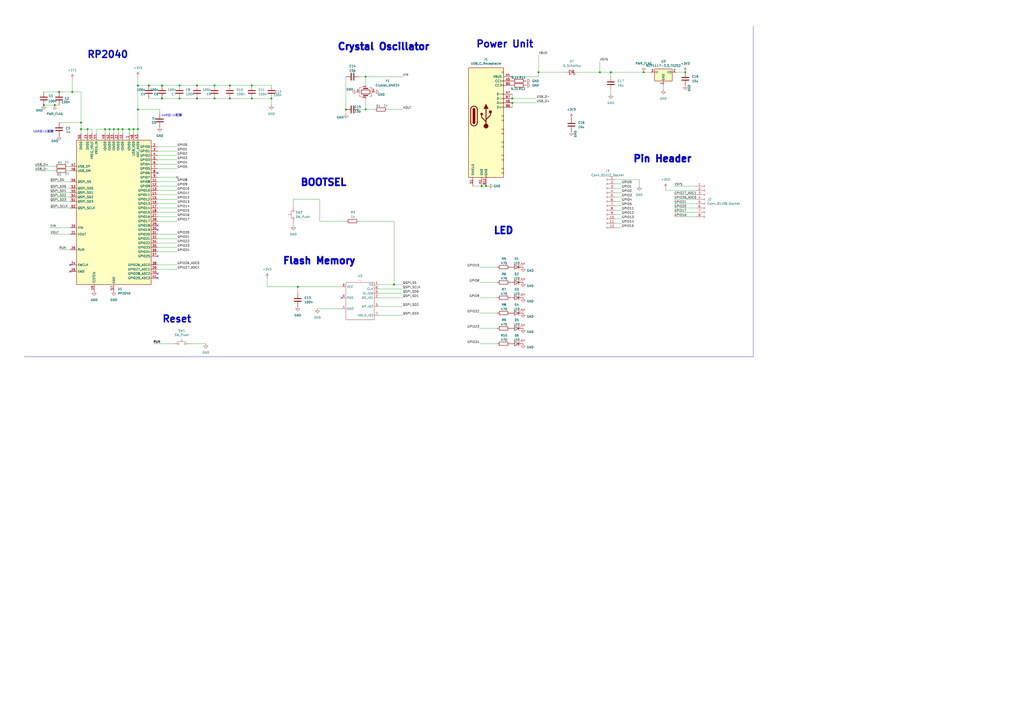
<source format=kicad_sch>
(kicad_sch (version 20250114) (generator "eeschema") (generator_version "9.0")
  (paper "A2")
  (lib_symbols
    (symbol "Connector:Conn_01x08_Socket" (pin_names (offset 1.016) (hide yes))
      (property "Reference" "J" (at 0 10.16 0))
      (property "Value" "Conn_01x08_Socket" (at 0 -12.7 0))
      (symbol "Conn_01x08_Socket_1_1"
        (pin passive line (at -5.08 7.62 0) (length 3.81) (name "Pin_1") (number "1"))
        (pin passive line (at -5.08 5.08 0) (length 3.81) (name "Pin_2") (number "2"))
        (pin passive line (at -5.08 2.54 0) (length 3.81) (name "Pin_3") (number "3"))
        (pin passive line (at -5.08 0 0) (length 3.81) (name "Pin_4") (number "4"))
        (pin passive line (at -5.08 -2.54 0) (length 3.81) (name "Pin_5") (number "5"))
        (pin passive line (at -5.08 -5.08 0) (length 3.81) (name "Pin_6") (number "6"))
        (pin passive line (at -5.08 -7.62 0) (length 3.81) (name "Pin_7") (number "7"))
        (pin passive line (at -5.08 -10.16 0) (length 3.81) (name "Pin_8") (number "8"))
      )
    )
    (symbol "Connector:Conn_01x12_Socket" (pin_names (offset 1.016) (hide yes))
      (property "Reference" "J" (at 0 15.24 0))
      (property "Value" "Conn_01x12_Socket" (at 0 -17.78 0))
      (symbol "Conn_01x12_Socket_1_1"
        (pin passive line (at -5.08 12.7 0) (length 3.81) (name "Pin_1") (number "1"))
        (pin passive line (at -5.08 10.16 0) (length 3.81) (name "Pin_2") (number "2"))
        (pin passive line (at -5.08 7.62 0) (length 3.81) (name "Pin_3") (number "3"))
        (pin passive line (at -5.08 5.08 0) (length 3.81) (name "Pin_4") (number "4"))
        (pin passive line (at -5.08 2.54 0) (length 3.81) (name "Pin_5") (number "5"))
        (pin passive line (at -5.08 0 0) (length 3.81) (name "Pin_6") (number "6"))
        (pin passive line (at -5.08 -2.54 0) (length 3.81) (name "Pin_7") (number "7"))
        (pin passive line (at -5.08 -5.08 0) (length 3.81) (name "Pin_8") (number "8"))
        (pin passive line (at -5.08 -7.62 0) (length 3.81) (name "Pin_9") (number "9"))
        (pin passive line (at -5.08 -10.16 0) (length 3.81) (name "Pin_10") (number "10"))
        (pin passive line (at -5.08 -12.7 0) (length 3.81) (name "Pin_11") (number "11"))
        (pin passive line (at -5.08 -15.24 0) (length 3.81) (name "Pin_12") (number "12"))
      )
    )
    (symbol "Connector:USB_C_Receptacle" (pin_names (offset 1.016))
      (property "Reference" "J1" (at 0 33.02 0))
      (property "Value" "USB_C_Receptacle" (at 0 30.48 0))
      (symbol "USB_C_Receptacle_1_1"
        (pin passive line (at -7.62 -40.64 90) (length 5.08) (name "SHIELD") (number "S1"))
        (pin passive line (at -2.54 -40.64 90) (length 5.08) (name "GND") (number "A1"))
        (pin passive line (at 0 -40.64 90) (length 5.08) (name "GND") (number "B12"))
        (pin passive line (at 15.24 22.86 180) (length 5.08) (name "VBUS") (number "A4"))
        (pin bidirectional line (at 15.24 20.32 180) (length 5.08) (name "CC1") (number "A5"))
        (pin bidirectional line (at 15.24 17.78 180) (length 5.08) (name "CC2") (number "B5"))
        (pin bidirectional line (at 15.24 12.7 180) (length 5.08) (name "D-") (number "A7"))
        (pin bidirectional line (at 15.24 10.16 180) (length 5.08) (name "D-") (number "B7"))
        (pin bidirectional line (at 15.24 7.62 180) (length 5.08) (name "D+") (number "A6"))
        (pin bidirectional line (at 15.24 5.08 180) (length 5.08) (name "D+") (number "B6"))
      )
    )
    (symbol "Device:C" (pin_numbers (hide yes)) (pin_names (offset 0.254))
      (property "Reference" "C" (at 0.635 2.54 0))
      (property "Value" "C" (at 0.635 -2.54 0))
      (symbol "C_1_1"
        (pin passive line (at 0 3.81 270) (length 2.794) (name "~") (number "1"))
        (pin passive line (at 0 -3.81 90) (length 2.794) (name "~") (number "2"))
      )
    )
    (symbol "Device:Crystal_GND24" (pin_names (offset 1.016) (hide yes))
      (property "Reference" "Y" (at 3.175 5.08 0))
      (property "Value" "Crystal_GND24" (at 3.175 3.175 0))
      (symbol "Crystal_GND24_1_1"
        (pin passive line (at -3.81 0 0) (length 1.27) (name "1") (number "1"))
        (pin passive line (at 0 5.08 270) (length 1.27) (name "2") (number "2"))
        (pin passive line (at 0 -5.08 90) (length 1.27) (name "4") (number "4"))
        (pin passive line (at 3.81 0 180) (length 1.27) (name "3") (number "3"))
      )
    )
    (symbol "Device:D_Schottky" (pin_numbers (hide yes)) (pin_names (offset 1.016) (hide yes))
      (property "Reference" "D" (at 0 2.54 0))
      (property "Value" "D_Schottky" (at 0 -2.54 0))
      (symbol "D_Schottky_1_1"
        (pin passive line (at -3.81 0 0) (length 2.54) (name "K") (number "1"))
        (pin passive line (at 3.81 0 180) (length 2.54) (name "A") (number "2"))
      )
    )
    (symbol "Device:LED" (pin_numbers (hide yes)) (pin_names (offset 1.016) (hide yes))
      (property "Reference" "D" (at 0 2.54 0))
      (property "Value" "LED" (at 0 -2.54 0))
      (symbol "LED_1_1"
        (pin passive line (at -3.81 0 0) (length 2.54) (name "K") (number "1"))
        (pin passive line (at 3.81 0 180) (length 2.54) (name "A") (number "2"))
      )
    )
    (symbol "Device:R" (pin_numbers (hide yes)) (pin_names (offset 0))
      (property "Reference" "R" (at 2.032 0 90))
      (property "Value" "R" (at 0 0 90))
      (symbol "R_1_1"
        (pin passive line (at 0 3.81 270) (length 1.27) (name "~") (number "1"))
        (pin passive line (at 0 -3.81 90) (length 1.27) (name "~") (number "2"))
      )
    )
    (symbol "MCU_RaspberryPi:RP2040"
      (property "Reference" "U1" (at 2.1433 -44.45 0))
      (property "Value" "RP2040" (at 2.1433 -46.99 0))
      (symbol "RP2040_1_1"
        (pin bidirectional line (at -25.4 26.67 0) (length 3.81) (name "USB_DP") (number "47"))
        (pin bidirectional line (at -25.4 24.13 0) (length 3.81) (name "USB_DM") (number "46"))
        (pin bidirectional line (at -25.4 17.78 0) (length 3.81) (name "QSPI_SS") (number "56"))
        (pin bidirectional line (at -25.4 13.97 0) (length 3.81) (name "QSPI_SD0") (number "53"))
        (pin bidirectional line (at -25.4 11.43 0) (length 3.81) (name "QSPI_SD1") (number "55"))
        (pin bidirectional line (at -25.4 8.89 0) (length 3.81) (name "QSPI_SD2") (number "54"))
        (pin bidirectional line (at -25.4 6.35 0) (length 3.81) (name "QSPI_SD3") (number "51"))
        (pin output line (at -25.4 2.54 0) (length 3.81) (name "QSPI_SCLK") (number "52"))
        (pin input line (at -25.4 -8.89 0) (length 3.81) (name "XIN") (number "20"))
        (pin passive line (at -25.4 -12.7 0) (length 3.81) (name "XOUT") (number "21"))
        (pin input line (at -25.4 -21.59 0) (length 3.81) (name "RUN") (number "26"))
        (pin input line (at -25.4 -30.48 0) (length 3.81) (name "SWCLK") (number "24"))
        (pin bidirectional line (at -25.4 -34.29 0) (length 3.81) (name "SWD") (number "25"))
        (pin passive line (at -19.05 45.72 270) (length 3.81) (name "DVDD") (number "50"))
        (pin power_in line (at -15.24 45.72 270) (length 3.81) (name "DVDD") (number "23"))
        (pin power_out line (at -12.7 45.72 270) (length 3.81) (name "VREG_VOUT") (number "45"))
        (pin input line (at -11.43 -45.72 90) (length 3.81) (name "TESTEN") (number "19"))
        (pin power_in line (at -10.16 45.72 270) (length 3.81) (name "VREG_IN") (number "44"))
        (pin passive line (at -5.08 45.72 270) (length 3.81) (name "IOVDD") (number "49"))
        (pin passive line (at -2.54 45.72 270) (length 3.81) (name "IOVDD") (number "42"))
        (pin passive line (at 0 45.72 270) (length 3.81) (name "IOVDD") (number "33"))
        (pin power_in line (at 0 -45.72 90) (length 3.81) (name "GND") (number "57"))
        (pin passive line (at 2.54 45.72 270) (length 3.81) (name "IOVDD") (number "22"))
        (pin passive line (at 5.08 45.72 270) (length 3.81) (name "IOVDD") (number "10"))
        (pin power_in line (at 8.89 45.72 270) (length 3.81) (name "IOVDD") (number "1"))
        (pin power_in line (at 11.43 45.72 270) (length 3.81) (name "USB_VDD") (number "48"))
        (pin power_in line (at 13.97 45.72 270) (length 3.81) (name "ADC_AVDD") (number "43"))
        (pin bidirectional line (at 25.4 38.1 180) (length 3.81) (name "GPIO0") (number "2"))
        (pin bidirectional line (at 25.4 35.56 180) (length 3.81) (name "GPIO1") (number "3"))
        (pin bidirectional line (at 25.4 33.02 180) (length 3.81) (name "GPIO2") (number "4"))
        (pin bidirectional line (at 25.4 30.48 180) (length 3.81) (name "GPIO3") (number "5"))
        (pin bidirectional line (at 25.4 27.94 180) (length 3.81) (name "GPIO4") (number "6"))
        (pin bidirectional line (at 25.4 25.4 180) (length 3.81) (name "GPIO5") (number "7"))
        (pin bidirectional line (at 25.4 22.86 180) (length 3.81) (name "GPIO6") (number "8"))
        (pin bidirectional line (at 25.4 20.32 180) (length 3.81) (name "GPIO7") (number "9"))
        (pin bidirectional line (at 25.4 17.78 180) (length 3.81) (name "GPIO8") (number "11"))
        (pin bidirectional line (at 25.4 15.24 180) (length 3.81) (name "GPIO9") (number "12"))
        (pin bidirectional line (at 25.4 12.7 180) (length 3.81) (name "GPIO10") (number "13"))
        (pin bidirectional line (at 25.4 10.16 180) (length 3.81) (name "GPIO11") (number "14"))
        (pin bidirectional line (at 25.4 7.62 180) (length 3.81) (name "GPIO12") (number "15"))
        (pin bidirectional line (at 25.4 5.08 180) (length 3.81) (name "GPIO13") (number "16"))
        (pin bidirectional line (at 25.4 2.54 180) (length 3.81) (name "GPIO14") (number "17"))
        (pin bidirectional line (at 25.4 0 180) (length 3.81) (name "GPIO15") (number "18"))
        (pin bidirectional line (at 25.4 -2.54 180) (length 3.81) (name "GPIO16") (number "27"))
        (pin bidirectional line (at 25.4 -5.08 180) (length 3.81) (name "GPIO17") (number "28"))
        (pin bidirectional line (at 25.4 -7.62 180) (length 3.81) (name "GPIO18") (number "29"))
        (pin bidirectional line (at 25.4 -10.16 180) (length 3.81) (name "GPIO19") (number "30"))
        (pin bidirectional line (at 25.4 -12.7 180) (length 3.81) (name "GPIO20") (number "31"))
        (pin bidirectional line (at 25.4 -15.24 180) (length 3.81) (name "GPIO21") (number "32"))
        (pin bidirectional line (at 25.4 -17.78 180) (length 3.81) (name "GPIO22") (number "34"))
        (pin bidirectional line (at 25.4 -20.32 180) (length 3.81) (name "GPIO23") (number "35"))
        (pin bidirectional line (at 25.4 -22.86 180) (length 3.81) (name "GPIO24") (number "36"))
        (pin bidirectional line (at 25.4 -25.4 180) (length 3.81) (name "GPIO25") (number "37"))
        (pin bidirectional line (at 25.4 -30.48 180) (length 3.81) (name "GPIO26_ADC0") (number "38"))
        (pin bidirectional line (at 25.4 -33.02 180) (length 3.81) (name "GPIO27_ADC1") (number "39"))
        (pin bidirectional line (at 25.4 -35.56 180) (length 3.81) (name "GPIO28_ADC2") (number "40"))
        (pin bidirectional line (at 25.4 -38.1 180) (length 3.81) (name "GPIO29_ADC3") (number "41"))
      )
    )
    (symbol "RaspberryPiBico:W25Q16JVUXIQ"
      (property "Reference" "U" (at 0 12.446 0))
      (symbol "W25Q16JVUXIQ_1_1"
        (pin power_in line (at -11.43 7.62 0) (length 2.54) (name "VCC") (number "8"))
        (pin passive line (at -11.43 1.27 0) (length 2.54) (name "PAD") (number "9"))
        (pin passive line (at -11.43 -5.08 0) (length 2.54) (name "GND") (number "4"))
        (pin passive line (at 10.16 8.89 180) (length 2.54) (name "CS") (number "1"))
        (pin passive line (at 10.16 6.35 180) (length 2.54) (name "CLK") (number "6"))
        (pin passive line (at 10.16 3.81 180) (length 2.54) (name "DI_IOD") (number "5"))
        (pin passive line (at 10.16 1.27 180) (length 2.54) (name "DO_IO1") (number "2"))
        (pin passive line (at 10.16 -3.81 180) (length 2.54) (name "WP_IO2") (number "3"))
        (pin passive line (at 10.16 -8.89 180) (length 2.54) (name "HOLD_IO3") (number "7"))
      )
    )
    (symbol "Regulator_Linear:NCP1117-3.3_TO252" (pin_names (offset 0.254))
      (property "Reference" "U" (at -3.81 3.175 0))
      (property "Value" "NCP1117-3.3_TO252" (at 0 3.175 0))
      (symbol "NCP1117-3.3_TO252_1_1"
        (pin power_in line (at -7.62 0 0) (length 2.54) (name "VI") (number "3"))
        (pin power_in line (at 0 -7.62 90) (length 2.54) (name "GND") (number "1"))
        (pin power_out line (at 7.62 0 180) (length 2.54) (name "VO") (number "2"))
      )
    )
    (symbol "Switch:SW_Push" (pin_numbers (hide yes)) (pin_names (offset 1.016) (hide yes))
      (property "Reference" "SW" (at 1.27 2.54 0))
      (property "Value" "SW_Push" (at 0 -1.524 0))
      (symbol "SW_Push_0_1"
        (pin passive line (at -5.08 0 0) (length 2.54) (name "1") (number "1"))
        (pin passive line (at 5.08 0 180) (length 2.54) (name "2") (number "2"))
      )
    )
    (symbol "power:+1V1" (power) (pin_numbers (hide yes)) (pin_names (offset 0) (hide yes))
      (property "Value" "+1V1" (at 0 3.556 0))
      (symbol "+1V1_1_1"
        (pin power_in line (at 0 0 90) (length 0) (name "~") (number "1"))
      )
    )
    (symbol "power:+3V3" (power) (pin_numbers (hide yes)) (pin_names (offset 0) (hide yes))
      (property "Value" "+3V3" (at 0 3.556 0))
      (symbol "+3V3_1_1"
        (pin power_in line (at 0 0 90) (length 0) (name "~") (number "1"))
      )
    )
    (symbol "power:GND" (power) (pin_numbers (hide yes)) (pin_names (offset 0) (hide yes))
      (property "Value" "GND" (at 0 -3.81 0))
      (symbol "GND_1_1"
        (pin power_in line (at 0 0 270) (length 0) (name "~") (number "1"))
      )
    )
    (symbol "power:PWR_FLAG" (power) (pin_numbers (hide yes)) (pin_names (offset 0) (hide yes))
      (property "Value" "PWR_FLAG" (at 0 3.81 0))
      (symbol "PWR_FLAG_0_0"
        (pin power_out line (at 0 0 90) (length 0) (name "~") (number "1"))
      )
    )
  )
  (text "44の近くに配置" (at 99.568 67.056 0) (effects (font (size 1.27 1.27))))
  (text "Reset" (at 102.616 185.166 0) (effects (font (size 4 4) (thickness 0.8) (bold yes))))
  (text "Flash Memory" (at 185.166 151.384 0) (effects (font (size 4 4) (thickness 1) (bold yes))))
  (text "RP2040" (at 62.484 31.75 0) (effects (font (size 4 4) (thickness 0.8) (bold yes))))
  (text "Power Unit" (at 292.862 25.654 0) (effects (font (size 4 4) (thickness 0.8) (bold yes))))
  (text "Pin Header" (at 384.302 92.202 0) (effects (font (size 4 4) (thickness 1) (bold yes))))
  (text "45の近くに配置" (at 25.146 76.454 0) (effects (font (size 1.27 1.27))))
  (text "BOOTSEL" (at 187.706 105.918 0) (effects (font (size 4 4) (thickness 1) (bold yes))))
  (text "Crystal Oscillator" (at 222.504 27.178 0) (effects (font (size 4 4) (thickness 1) (bold yes))))
  (text "LED" (at 292.1 133.858 0) (effects (font (size 4 4) (thickness 1) (bold yes))))
  (junction (at 34.29 53.34))
  (junction (at 312.42 41.91))
  (junction (at 93.98 49.53))
  (junction (at 31.75 60.96))
  (junction (at 133.35 49.53))
  (junction (at 93.98 57.15))
  (junction (at 66.04 74.93))
  (junction (at 86.36 49.53))
  (junction (at 80.01 49.53))
  (junction (at 212.09 63.5))
  (junction (at 50.8 74.93))
  (junction (at 114.3 57.15))
  (junction (at 212.09 44.45))
  (junction (at 41.91 53.34))
  (junction (at 80.01 74.93))
  (junction (at 281.94 107.95))
  (junction (at 124.46 49.53))
  (junction (at 46.99 71.12))
  (junction (at 146.05 49.53))
  (junction (at 25.4 60.96))
  (junction (at 133.35 57.15))
  (junction (at 77.47 74.93))
  (junction (at 228.6 165.1))
  (junction (at 157.48 57.15))
  (junction (at 373.38 41.91))
  (junction (at 114.3 49.53))
  (junction (at 279.4 107.95))
  (junction (at 60.96 74.93))
  (junction (at 297.18 59.69))
  (junction (at 104.14 57.15))
  (junction (at 104.14 49.53))
  (junction (at 297.18 57.15))
  (junction (at 74.93 74.93))
  (junction (at 347.98 41.91))
  (junction (at 71.12 74.93))
  (junction (at 63.5 74.93))
  (junction (at 146.05 57.15))
  (junction (at 124.46 57.15))
  (junction (at 200.66 63.5))
  (junction (at 68.58 74.93))
  (junction (at 397.51 41.91))
  (junction (at 46.99 74.93))
  (junction (at 172.72 166.37))
  (junction (at 354.33 41.91))
  (junction (at 80.01 63.5))
  (no_connect (at 91.44 158.75))
  (no_connect (at 40.64 153.67))
  (no_connect (at 40.64 157.48))
  (no_connect (at 102.87 102.87))
  (no_connect (at 91.44 161.29))
  (no_connect (at 91.44 130.81))
  (no_connect (at 91.44 100.33))
  (no_connect (at 198.12 172.72))
  (no_connect (at 91.44 133.35))
  (no_connect (at 91.44 148.59))
  (wire (pts (xy 279.4 107.95) (xy 281.94 107.95)))
  (wire (pts (xy 91.44 123.19) (xy 102.87 123.19)))
  (wire (pts (xy 39.37 96.52) (xy 40.64 96.52)))
  (wire (pts (xy 31.75 60.96) (xy 34.29 60.96)))
  (wire (pts (xy 354.33 41.91) (xy 373.38 41.91)))
  (wire (pts (xy 392.43 41.91) (xy 397.51 41.91)))
  (wire (pts (xy 53.34 77.47) (xy 53.34 74.93)))
  (wire (pts (xy 403.86 110.49) (xy 386.08 110.49)))
  (wire (pts (xy 356.87 119.38) (xy 360.68 119.38)))
  (wire (pts (xy 34.29 71.12) (xy 46.99 71.12)))
  (wire (pts (xy 68.58 74.93) (xy 68.58 77.47)))
  (wire (pts (xy 50.8 74.93) (xy 50.8 77.47)))
  (wire (pts (xy 46.99 53.34) (xy 41.91 53.34)))
  (wire (pts (xy 68.58 74.93) (xy 71.12 74.93)))
  (wire (pts (xy 297.18 44.45) (xy 312.42 44.45)))
  (wire (pts (xy 219.71 165.1) (xy 228.6 165.1)))
  (wire (pts (xy 80.01 49.53) (xy 86.36 49.53)))
  (wire (pts (xy 281.94 107.95) (xy 283.21 107.95)))
  (wire (pts (xy 154.94 166.37) (xy 172.72 166.37)))
  (wire (pts (xy 34.29 53.34) (xy 41.91 53.34)))
  (wire (pts (xy 335.28 41.91) (xy 347.98 41.91)))
  (wire (pts (xy 133.35 49.53) (xy 146.05 49.53)))
  (wire (pts (xy 278.13 154.94) (xy 288.29 154.94)))
  (wire (pts (xy 212.09 63.5) (xy 217.17 63.5)))
  (wire (pts (xy 114.3 57.15) (xy 124.46 57.15)))
  (wire (pts (xy 208.28 44.45) (xy 212.09 44.45)))
  (wire (pts (xy 63.5 74.93) (xy 66.04 74.93)))
  (wire (pts (xy 356.87 121.92) (xy 360.68 121.92)))
  (wire (pts (xy 114.3 49.53) (xy 124.46 49.53)))
  (wire (pts (xy 80.01 49.53) (xy 80.01 63.5)))
  (wire (pts (xy 356.87 114.3) (xy 360.68 114.3)))
  (wire (pts (xy 185.42 115.57) (xy 185.42 128.27)))
  (wire (pts (xy 212.09 44.45) (xy 233.68 44.45)))
  (wire (pts (xy 29.21 109.22) (xy 40.64 109.22)))
  (wire (pts (xy 92.71 63.5) (xy 80.01 63.5)))
  (wire (pts (xy 29.21 105.41) (xy 40.64 105.41)))
  (wire (pts (xy 20.32 96.52) (xy 31.75 96.52)))
  (wire (pts (xy 91.44 85.09) (xy 102.87 85.09)))
  (wire (pts (xy 219.71 170.18) (xy 233.68 170.18)))
  (wire (pts (xy 297.18 59.69) (xy 297.18 62.23)))
  (wire (pts (xy 172.72 166.37) (xy 172.72 170.18)))
  (wire (pts (xy 384.81 49.53) (xy 384.81 52.07)))
  (wire (pts (xy 312.42 31.75) (xy 312.42 41.91)))
  (wire (pts (xy 80.01 63.5) (xy 80.01 74.93)))
  (wire (pts (xy 55.88 77.47) (xy 55.88 74.93)))
  (wire (pts (xy 41.91 53.34) (xy 41.91 45.72)))
  (wire (pts (xy 93.98 57.15) (xy 104.14 57.15)))
  (wire (pts (xy 86.36 57.15) (xy 93.98 57.15)))
  (wire (pts (xy 146.05 57.15) (xy 157.48 57.15)))
  (wire (pts (xy 370.84 104.14) (xy 370.84 107.95)))
  (wire (pts (xy 91.44 107.95) (xy 102.87 107.95)))
  (wire (pts (xy 391.16 123.19) (xy 403.86 123.19)))
  (wire (pts (xy 228.6 165.1) (xy 233.68 165.1)))
  (wire (pts (xy 29.21 135.89) (xy 40.64 135.89)))
  (wire (pts (xy 278.13 199.39) (xy 288.29 199.39)))
  (wire (pts (xy 66.04 74.93) (xy 68.58 74.93)))
  (wire (pts (xy 297.18 59.69) (xy 311.15 59.69)))
  (wire (pts (xy 347.98 41.91) (xy 354.33 41.91)))
  (wire (pts (xy 46.99 71.12) (xy 46.99 53.34)))
  (wire (pts (xy 212.09 57.15) (xy 212.09 63.5)))
  (wire (pts (xy 91.44 92.71) (xy 102.87 92.71)))
  (wire (pts (xy 46.99 74.93) (xy 46.99 71.12)))
  (wire (pts (xy 93.98 49.53) (xy 104.14 49.53)))
  (wire (pts (xy 356.87 132.08) (xy 360.68 132.08)))
  (wire (pts (xy 212.09 44.45) (xy 212.09 49.53)))
  (wire (pts (xy 25.4 60.96) (xy 31.75 60.96)))
  (wire (pts (xy 92.71 66.04) (xy 92.71 63.5)))
  (wire (pts (xy 91.44 87.63) (xy 102.87 87.63)))
  (wire (pts (xy 356.87 127) (xy 360.68 127)))
  (wire (pts (xy 356.87 109.22) (xy 360.68 109.22)))
  (wire (pts (xy 356.87 116.84) (xy 360.68 116.84)))
  (wire (pts (xy 356.87 106.68) (xy 360.68 106.68)))
  (wire (pts (xy 86.36 49.53) (xy 93.98 49.53)))
  (wire (pts (xy 356.87 104.14) (xy 370.84 104.14)))
  (wire (pts (xy 46.99 77.47) (xy 46.99 74.93)))
  (wire (pts (xy 373.38 41.91) (xy 377.19 41.91)))
  (wire (pts (xy 91.44 138.43) (xy 102.87 138.43)))
  (wire (pts (xy 91.44 146.05) (xy 102.87 146.05)))
  (wire (pts (xy 219.71 177.8) (xy 233.68 177.8)))
  (wire (pts (xy 29.21 116.84) (xy 40.64 116.84)))
  (wire (pts (xy 91.44 140.97) (xy 102.87 140.97)))
  (wire (pts (xy 29.21 120.65) (xy 40.64 120.65)))
  (wire (pts (xy 29.21 132.08) (xy 40.64 132.08)))
  (wire (pts (xy 91.44 113.03) (xy 102.87 113.03)))
  (polyline (pts (xy 436.88 15.24) (xy 436.88 207.01)))
  (wire (pts (xy 63.5 74.93) (xy 63.5 77.47)))
  (wire (pts (xy 278.13 163.83) (xy 288.29 163.83)))
  (wire (pts (xy 74.93 74.93) (xy 77.47 74.93)))
  (wire (pts (xy 91.44 95.25) (xy 102.87 95.25)))
  (wire (pts (xy 77.47 74.93) (xy 77.47 77.47)))
  (wire (pts (xy 66.04 74.93) (xy 66.04 77.47)))
  (wire (pts (xy 29.21 114.3) (xy 40.64 114.3)))
  (wire (pts (xy 80.01 44.45) (xy 80.01 49.53)))
  (wire (pts (xy 104.14 57.15) (xy 114.3 57.15)))
  (wire (pts (xy 91.44 120.65) (xy 102.87 120.65)))
  (wire (pts (xy 208.28 63.5) (xy 212.09 63.5)))
  (wire (pts (xy 20.32 99.06) (xy 31.75 99.06)))
  (wire (pts (xy 91.44 153.67) (xy 102.87 153.67)))
  (wire (pts (xy 170.18 129.54) (xy 170.18 130.81)))
  (wire (pts (xy 55.88 74.93) (xy 60.96 74.93)))
  (wire (pts (xy 170.18 115.57) (xy 185.42 115.57)))
  (wire (pts (xy 80.01 74.93) (xy 80.01 77.47)))
  (wire (pts (xy 110.49 199.39) (xy 119.38 199.39)))
  (wire (pts (xy 274.32 107.95) (xy 279.4 107.95)))
  (wire (pts (xy 146.05 49.53) (xy 157.48 49.53)))
  (wire (pts (xy 347.98 35.56) (xy 347.98 41.91)))
  (wire (pts (xy 104.14 49.53) (xy 114.3 49.53)))
  (wire (pts (xy 91.44 97.79) (xy 102.87 97.79)))
  (wire (pts (xy 391.16 113.03) (xy 403.86 113.03)))
  (wire (pts (xy 228.6 128.27) (xy 228.6 165.1)))
  (polyline (pts (xy 13.97 207.01) (xy 436.88 207.01)))
  (wire (pts (xy 77.47 74.93) (xy 80.01 74.93)))
  (wire (pts (xy 60.96 74.93) (xy 63.5 74.93)))
  (wire (pts (xy 124.46 57.15) (xy 133.35 57.15)))
  (wire (pts (xy 91.44 90.17) (xy 102.87 90.17)))
  (wire (pts (xy 356.87 124.46) (xy 360.68 124.46)))
  (wire (pts (xy 88.9 199.39) (xy 100.33 199.39)))
  (wire (pts (xy 74.93 74.93) (xy 74.93 77.47)))
  (wire (pts (xy 386.08 109.22) (xy 386.08 110.49)))
  (wire (pts (xy 354.33 41.91) (xy 354.33 44.45)))
  (wire (pts (xy 91.44 118.11) (xy 102.87 118.11)))
  (wire (pts (xy 91.44 102.87) (xy 102.87 102.87)))
  (wire (pts (xy 25.4 53.34) (xy 34.29 53.34)))
  (wire (pts (xy 91.44 125.73) (xy 102.87 125.73)))
  (wire (pts (xy 60.96 74.93) (xy 60.96 77.47)))
  (wire (pts (xy 34.29 144.78) (xy 40.64 144.78)))
  (wire (pts (xy 91.44 110.49) (xy 102.87 110.49)))
  (wire (pts (xy 354.33 52.07) (xy 354.33 54.61)))
  (wire (pts (xy 391.16 120.65) (xy 403.86 120.65)))
  (wire (pts (xy 391.16 107.95) (xy 403.86 107.95)))
  (wire (pts (xy 39.37 99.06) (xy 40.64 99.06)))
  (wire (pts (xy 391.16 115.57) (xy 403.86 115.57)))
  (wire (pts (xy 91.44 143.51) (xy 102.87 143.51)))
  (wire (pts (xy 200.66 63.5) (xy 200.66 66.04)))
  (wire (pts (xy 391.16 125.73) (xy 403.86 125.73)))
  (wire (pts (xy 312.42 44.45) (xy 312.42 41.91)))
  (wire (pts (xy 185.42 128.27) (xy 200.66 128.27)))
  (wire (pts (xy 91.44 115.57) (xy 102.87 115.57)))
  (wire (pts (xy 172.72 166.37) (xy 198.12 166.37)))
  (wire (pts (xy 208.28 128.27) (xy 228.6 128.27)))
  (wire (pts (xy 219.71 172.72) (xy 233.68 172.72)))
  (wire (pts (xy 91.44 135.89) (xy 102.87 135.89)))
  (wire (pts (xy 184.15 179.07) (xy 198.12 179.07)))
  (wire (pts (xy 91.44 128.27) (xy 102.87 128.27)))
  (wire (pts (xy 356.87 129.54) (xy 360.68 129.54)))
  (wire (pts (xy 278.13 190.5) (xy 288.29 190.5)))
  (wire (pts (xy 219.71 167.64) (xy 233.68 167.64)))
  (wire (pts (xy 200.66 44.45) (xy 200.66 63.5)))
  (wire (pts (xy 154.94 161.29) (xy 154.94 166.37)))
  (wire (pts (xy 91.44 156.21) (xy 102.87 156.21)))
  (wire (pts (xy 133.35 57.15) (xy 146.05 57.15)))
  (wire (pts (xy 297.18 54.61) (xy 297.18 57.15)))
  (wire (pts (xy 50.8 74.93) (xy 46.99 74.93)))
  (wire (pts (xy 29.21 111.76) (xy 40.64 111.76)))
  (wire (pts (xy 71.12 74.93) (xy 74.93 74.93)))
  (wire (pts (xy 312.42 41.91) (xy 327.66 41.91)))
  (wire (pts (xy 53.34 74.93) (xy 50.8 74.93)))
  (wire (pts (xy 224.79 63.5) (xy 233.68 63.5)))
  (wire (pts (xy 391.16 118.11) (xy 403.86 118.11)))
  (wire (pts (xy 124.46 49.53) (xy 133.35 49.53)))
  (wire (pts (xy 297.18 57.15) (xy 311.15 57.15)))
  (wire (pts (xy 91.44 105.41) (xy 102.87 105.41)))
  (wire (pts (xy 170.18 119.38) (xy 170.18 115.57)))
  (wire (pts (xy 71.12 74.93) (xy 71.12 77.47)))
  (wire (pts (xy 356.87 111.76) (xy 360.68 111.76)))
  (wire (pts (xy 157.48 57.15) (xy 157.48 60.96)))
  (wire (pts (xy 278.13 181.61) (xy 288.29 181.61)))
  (wire (pts (xy 278.13 172.72) (xy 288.29 172.72)))
  (wire (pts (xy 219.71 182.88) (xy 233.68 182.88)))
  (label "GPIO27_ADC1" (at 102.87 156.21 0) (effects (font (thickness 0.1588))))
  (label "QSPI_SCLK" (at 233.68 167.64 0))
  (label "GPIO11" (at 102.87 113.03 0) (effects (font (thickness 0.1588))))
  (label "GPIO23" (at 102.87 143.51 0) (effects (font (thickness 0.1588))))
  (label "USB_D+" (at 311.15 59.69 0))
  (label "GPIO16" (at 391.16 125.73 0))
  (label "GPIO0" (at 360.68 106.68 0) (effects (font (thickness 0.1588))))
  (label "USB_D-" (at 20.32 99.06 0))
  (label "GPIO20" (at 102.87 135.89 0) (effects (font (thickness 0.1588))))
  (label "USB_D-" (at 311.15 57.15 0))
  (label "GPIO13" (at 102.87 118.11 0) (effects (font (thickness 0.1588))))
  (label "GPIO10" (at 102.87 110.49 0) (effects (font (thickness 0.1588))))
  (label "GPIO24" (at 102.87 146.05 0) (effects (font (thickness 0.1588))))
  (label "QSPI_SD3" (at 233.68 182.88 0))
  (label "GPIO8" (at 102.87 105.41 0) (effects (font (thickness 0.1588))))
  (label "QSPI_SD0" (at 233.68 170.18 0))
  (label "QSPI_SS" (at 29.21 105.41 0))
  (label "GPIO12" (at 102.87 115.57 0) (effects (font (thickness 0.1588))))
  (label "GPIO21" (at 391.16 118.11 0))
  (label "GPIO2" (at 360.68 111.76 0) (effects (font (thickness 0.1588))))
  (label "GPIO8" (at 278.13 163.83 180))
  (label "QSPI_SD0" (at 29.21 109.22 0))
  (label "GPIO23" (at 278.13 190.5 180))
  (label "GPIO15" (at 102.87 123.19 0) (effects (font (thickness 0.1588))))
  (label "USB_D+" (at 20.32 96.52 0))
  (label "VSYS" (at 391.16 107.95 0))
  (label "QSPI_SD3" (at 29.21 116.84 0))
  (label "GPIO3" (at 360.68 114.3 0) (effects (font (thickness 0.1588))))
  (label "GPIO10" (at 278.13 154.94 180))
  (label "VBUS" (at 312.42 31.75 0))
  (label "GPIO26_ADC0" (at 391.16 115.57 0))
  (label "QSPI_SD2" (at 233.68 177.8 0))
  (label "GPIO22" (at 278.13 181.61 180))
  (label "GPIO3" (at 102.87 92.71 0) (effects (font (thickness 0.1588))))
  (label "GPIO11" (at 360.68 121.92 0) (effects (font (thickness 0.1588))))
  (label "GPIO21" (at 102.87 138.43 0) (effects (font (thickness 0.1588))))
  (label "GPIO5" (at 102.87 97.79 0) (effects (font (thickness 0.1588))))
  (label "XOUT" (at 29.21 135.89 0))
  (label "GPIO26_ADC0" (at 102.87 153.67 0) (effects (font (thickness 0.1588))))
  (label "GPIO17" (at 391.16 123.19 0))
  (label "QSPI_SCLK" (at 29.21 120.65 0))
  (label "GPIO2" (at 102.87 90.17 0) (effects (font (thickness 0.1588))))
  (label "QSPI_SD2" (at 29.21 114.3 0))
  (label "GPIO16" (at 102.87 125.73 0) (effects (font (thickness 0.1588))))
  (label "RUN" (at 34.29 144.78 0))
  (label "QSPI_SS" (at 233.68 165.1 0))
  (label "GPIO9" (at 102.87 107.95 0) (effects (font (thickness 0.1588))))
  (label "QSPI_SD1" (at 233.68 172.72 0))
  (label "RUN" (at 88.9 199.39 0) (effects (font (thickness 0.254) (bold yes))))
  (label "GPIO15" (at 360.68 132.08 0))
  (label "GPIO1" (at 102.87 87.63 0) (effects (font (thickness 0.1588))))
  (label "GPIO4" (at 102.87 95.25 0) (effects (font (thickness 0.1588))))
  (label "GPIO14" (at 360.68 129.54 0) (effects (font (thickness 0.1588))))
  (label "VSYS" (at 347.98 35.56 0))
  (label "GPIO14" (at 102.87 120.65 0))
  (label "GPIO13" (at 360.68 127 0) (effects (font (thickness 0.1588))))
  (label "GPIO22" (at 102.87 140.97 0) (effects (font (thickness 0.1588))))
  (label "GPIO4" (at 360.68 116.84 0) (effects (font (thickness 0.1588))))
  (label "XIN" (at 233.68 44.45 0))
  (label "GPIO1" (at 360.68 109.22 0) (effects (font (thickness 0.1588))))
  (label "GPIO0" (at 102.87 85.09 0) (effects (font (thickness 0.1588))))
  (label "GPIO27_ADC1" (at 391.16 113.03 0))
  (label "QSPI_SD1" (at 29.21 111.76 0))
  (label "GPIO17" (at 102.87 128.27 0) (effects (font (thickness 0.1588))))
  (label "GPIO9" (at 278.13 172.72 180))
  (label "GPIO12" (at 360.68 124.46 0) (effects (font (thickness 0.1588))))
  (label "GPIO20" (at 391.16 120.65 0))
  (label "XIN" (at 29.21 132.08 0))
  (label "GPIO24" (at 278.13 199.39 180))
  (label "XOUT" (at 233.68 63.5 0))
  (label "GPIO5" (at 360.68 119.38 0) (effects (font (thickness 0.1588))))
  (symbol (lib_id "Regulator_Linear:NCP1117-3.3_TO252") (at 384.81 41.91 0) (unit 1)
    (property "Reference" "U3" (at 384.81 35.56 0))
    (property "Value" "NCP1117-3.3_TO252" (at 384.81 38.1 0))
    (property "Footprint" "RaspberryPiBico:3pin regulator" (effects (hide yes)))
    (property "Datasheet" "http://www.onsemi.com/pub_link/Collateral/NCP1117-D.PDF" (effects (hide yes)))
    (property "Description" "1A Low drop-out regulator, Fixed Output 3.3V, TO-252 (DPAK)" (effects (hide yes)))
  )
  (symbol (lib_id "Device:LED") (at 299.72 163.83 180) (unit 1)
    (property "Reference" "D2" (at 299.72 159.004 0))
    (property "Value" "LED" (at 299.72 161.544 0))
    (property "Footprint" "LED_SMD:LED_0201_0603Metric" (effects (hide yes)))
    (property "Description" "Light emitting diode" (effects (hide yes)))
    (property "Sim.Pins" "1=K 2=A" (effects (hide yes)))
  )
  (symbol (lib_id "power:GND") (at 217.17 53.34 90) (unit 1)
    (property "Reference" "#PWR016" (effects (hide yes)))
    (property "Value" "GND" (at 219.202 54.864 90) (effects (justify right)))
    (property "Description" "Power symbol creates a global label with name \"GND\" , ground" (effects (hide yes)))
  )
  (symbol (lib_id "Device:LED") (at 299.72 190.5 180) (unit 1)
    (property "Reference" "D5" (at 299.72 185.674 0))
    (property "Value" "LED" (at 299.72 188.214 0))
    (property "Footprint" "LED_SMD:LED_0201_0603Metric" (effects (hide yes)))
    (property "Description" "Light emitting diode" (effects (hide yes)))
    (property "Sim.Pins" "1=K 2=A" (effects (hide yes)))
  )
  (symbol (lib_id "Device:C") (at 204.47 63.5 90) (unit 1)
    (property "Reference" "C15" (at 207.518 61.976 90))
    (property "Value" "15p" (at 207.518 64.516 90))
    (property "Footprint" "Capacitor_SMD:C_0201_0603Metric" (effects (hide yes)))
    (property "Description" "Unpolarized capacitor" (effects (hide yes)))
  )
  (symbol (lib_id "Device:R") (at 292.1 181.61 90) (unit 1)
    (property "Reference" "R8" (at 292.354 176.784 90))
    (property "Value" "470" (at 292.354 179.324 90))
    (property "Footprint" "Resistor_SMD:R_0402_1005Metric" (effects (hide yes)))
    (property "Description" "Resistor" (effects (hide yes)))
  )
  (symbol (lib_id "Device:R") (at 292.1 154.94 90) (unit 1)
    (property "Reference" "R5" (at 292.354 150.114 90))
    (property "Value" "470" (at 292.354 152.654 90))
    (property "Footprint" "Resistor_SMD:R_0402_1005Metric" (effects (hide yes)))
    (property "Description" "Resistor" (effects (hide yes)))
  )
  (symbol (lib_id "Device:R") (at 220.98 63.5 90) (unit 1)
    (property "Reference" "R4" (at 219.456 61.468 90))
    (property "Value" "1k" (at 223.774 61.214 90))
    (property "Footprint" "Resistor_SMD:R_0402_1005Metric" (effects (hide yes)))
    (property "Description" "Resistor" (effects (hide yes)))
  )
  (symbol (lib_id "power:GND") (at 303.53 181.61 0) (unit 1)
    (property "Reference" "#PWR021" (effects (hide yes)))
    (property "Value" "GND" (at 307.594 183.642 0))
    (property "Description" "Power symbol creates a global label with name \"GND\" , ground" (effects (hide yes)))
  )
  (symbol (lib_id "Device:C") (at 34.29 57.15 180) (unit 1)
    (property "Reference" "C2" (at 40.132 57.15 0) (effects (justify left)))
    (property "Value" "100n" (at 40.64 59.182 0) (effects (justify left)))
    (property "Footprint" "Capacitor_SMD:C_0201_0603Metric" (effects (hide yes)))
    (property "Description" "Unpolarized capacitor" (effects (hide yes)))
  )
  (symbol (lib_id "Device:C") (at 172.72 173.99 0) (unit 1)
    (property "Reference" "C13" (at 176.53 172.7199 0) (effects (justify left)))
    (property "Value" "100n" (at 176.53 175.2599 0) (effects (justify left)))
    (property "Footprint" "Capacitor_SMD:C_0201_0603Metric" (effects (hide yes)))
    (property "Description" "Unpolarized capacitor" (effects (hide yes)))
  )
  (symbol (lib_id "power:GND") (at 303.53 154.94 0) (unit 1)
    (property "Reference" "#PWR018" (effects (hide yes)))
    (property "Value" "GND" (at 307.594 156.972 0))
    (property "Description" "Power symbol creates a global label with name \"GND\" , ground" (effects (hide yes)))
  )
  (symbol (lib_id "Device:C") (at 25.4 57.15 180) (unit 1)
    (property "Reference" "C1" (at 28.194 55.626 0) (effects (justify right)))
    (property "Value" "100n" (at 27.94 58.674 0) (effects (justify right)))
    (property "Footprint" "Capacitor_SMD:C_0201_0603Metric" (effects (hide yes)))
    (property "Description" "Unpolarized capacitor" (effects (hide yes)))
  )
  (symbol (lib_id "Device:C") (at 354.33 48.26 0) (unit 1)
    (property "Reference" "C17" (at 358.14 46.9899 0) (effects (justify left)))
    (property "Value" "10u" (at 358.14 49.5299 0) (effects (justify left)))
    (property "Footprint" "Capacitor_SMD:C_0402_1005Metric" (effects (hide yes)))
    (property "Description" "Unpolarized capacitor" (effects (hide yes)))
  )
  (symbol (lib_id "Device:R") (at 300.99 49.53 90) (unit 1)
    (property "Reference" "R12" (at 302.768 51.562 90))
    (property "Value" "5.1k" (at 298.45 51.562 90))
    (property "Footprint" "Resistor_SMD:R_0402_1005Metric" (effects (hide yes)))
    (property "Description" "Resistor" (effects (hide yes)))
  )
  (symbol (lib_id "Device:C") (at 92.71 69.85 180) (unit 1)
    (property "Reference" "C5" (at 90.678 71.12 0) (effects (justify left)))
    (property "Value" "1u" (at 90.678 68.58 0) (effects (justify left)))
    (property "Footprint" "Capacitor_SMD:C_0402_1005Metric" (effects (hide yes)))
    (property "Description" "Unpolarized capacitor" (effects (hide yes)))
  )
  (symbol (lib_id "power:GND") (at 354.33 54.61 0) (unit 1)
    (property "Reference" "#PWR028" (effects (hide yes)))
    (property "Value" "GND" (at 354.33 59.69 0))
    (property "Description" "Power symbol creates a global label with name \"GND\" , ground" (effects (hide yes)))
  )
  (symbol (lib_id "power:GND") (at 66.04 168.91 0) (unit 1)
    (property "Reference" "#PWR05" (effects (hide yes)))
    (property "Value" "GND" (at 66.04 173.99 0))
    (property "Description" "Power symbol creates a global label with name \"GND\" , ground" (effects (hide yes)))
  )
  (symbol (lib_id "Device:C") (at 204.47 44.45 90) (unit 1)
    (property "Reference" "C14" (at 204.47 38.354 90))
    (property "Value" "15p" (at 204.47 40.894 90))
    (property "Footprint" "Capacitor_SMD:C_0201_0603Metric" (effects (hide yes)))
    (property "Description" "Unpolarized capacitor" (effects (hide yes)))
  )
  (symbol (lib_id "Device:LED") (at 299.72 181.61 180) (unit 1)
    (property "Reference" "D4" (at 299.72 176.784 0))
    (property "Value" "LED" (at 299.72 179.324 0))
    (property "Footprint" "LED_SMD:LED_0201_0603Metric" (effects (hide yes)))
    (property "Description" "Light emitting diode" (effects (hide yes)))
    (property "Sim.Pins" "1=K 2=A" (effects (hide yes)))
  )
  (symbol (lib_id "Device:C") (at 146.05 53.34 0) (unit 1)
    (property "Reference" "C11" (at 149.86 52.0699 0) (effects (justify left)))
    (property "Value" "100n" (at 149.86 54.6099 0) (effects (justify left)))
    (property "Footprint" "Capacitor_SMD:C_0201_0603Metric" (effects (hide yes)))
    (property "Description" "Unpolarized capacitor" (effects (hide yes)))
  )
  (symbol (lib_id "power:GND") (at 370.84 107.95 0) (unit 1)
    (property "Reference" "#PWR033" (effects (hide yes)))
    (property "Value" "GND" (at 370.84 113.03 0))
    (property "Description" "Power symbol creates a global label with name \"GND\" , ground" (effects (hide yes)))
  )
  (symbol (lib_id "MCU_RaspberryPi:RP2040") (at 66.04 123.19 0) (unit 1)
    (property "Reference" "U1" (at 68.1833 167.64 0) (effects (justify left)))
    (property "Value" "RP2040" (at 68.1833 170.18 0) (effects (justify left)))
    (property "Footprint" "Package_DFN_QFN:QFN-56-1EP_7x7mm_P0.4mm_EP3.2x3.2mm" (effects (hide yes)))
    (property "Datasheet" "https://datasheets.raspberrypi.com/rp2040/rp2040-datasheet.pdf" (effects (hide yes)))
    (property "Description" "A microcontroller by Raspberry Pi" (effects (hide yes)))
  )
  (symbol (lib_id "Device:R") (at 292.1 163.83 90) (unit 1)
    (property "Reference" "R6" (at 292.354 159.004 90))
    (property "Value" "470" (at 292.354 161.544 90))
    (property "Footprint" "Resistor_SMD:R_0402_1005Metric" (effects (hide yes)))
    (property "Description" "Resistor" (effects (hide yes)))
  )
  (symbol (lib_id "Device:R") (at 292.1 199.39 90) (unit 1)
    (property "Reference" "R10" (at 292.354 194.564 90))
    (property "Value" "470" (at 292.354 197.104 90))
    (property "Footprint" "Resistor_SMD:R_0402_1005Metric" (effects (hide yes)))
    (property "Description" "Resistor" (effects (hide yes)))
  )
  (symbol (lib_id "power:GND") (at 303.53 190.5 0) (unit 1)
    (property "Reference" "#PWR022" (effects (hide yes)))
    (property "Value" "GND" (at 307.594 192.532 0))
    (property "Description" "Power symbol creates a global label with name \"GND\" , ground" (effects (hide yes)))
  )
  (symbol (lib_id "power:+3V3") (at 397.51 41.91 0) (unit 1)
    (property "Reference" "#PWR031" (effects (hide yes)))
    (property "Value" "+3V3" (at 397.51 36.83 0))
    (property "Description" "Power symbol creates a global label with name \"+3V3\"" (effects (hide yes)))
  )
  (symbol (lib_id "Connector:Conn_01x12_Socket") (at 351.79 116.84 0) (mirror y) (unit 1)
    (property "Reference" "J3" (at 352.425 99.06 0))
    (property "Value" "Conn_01x12_Socket" (at 352.425 101.6 0))
    (property "Footprint" "Connector_PinHeader_2.54mm:PinHeader_1x12_P2.54mm_Vertical" (effects (hide yes)))
    (property "Description" "Generic connector, single row, 01x12, script generated" (effects (hide yes)))
  )
  (symbol (lib_id "power:GND") (at 283.21 107.95 90) (unit 1)
    (property "Reference" "#PWR017" (effects (hide yes)))
    (property "Value" "GND" (at 288.29 107.95 90))
    (property "Description" "Power symbol creates a global label with name \"GND\" , ground" (effects (hide yes)))
  )
  (symbol (lib_id "Connector:USB_C_Receptacle") (at 281.94 67.31 0) (unit 1)
    (property "Reference" "J1" (at 281.94 34.29 0))
    (property "Value" "USB_C_Receptacle" (at 281.94 36.83 0))
    (property "Footprint" "RaspberryPiBico:Type-C" (effects (hide yes)))
    (property "Datasheet" "https://www.usb.org/sites/default/files/documents/usb_type-c.zip" (effects (hide yes)))
    (property "Description" "USB Full-Featured Type-C Receptacle connector" (effects (hide yes)))
  )
  (symbol (lib_id "power:+1V1") (at 41.91 45.72 0) (unit 1)
    (property "Reference" "#PWR03" (effects (hide yes)))
    (property "Value" "+1V1" (at 41.91 40.64 0))
    (property "Description" "Power symbol creates a global label with name \"+1V1\"" (effects (hide yes)))
  )
  (symbol (lib_id "Device:R") (at 204.47 128.27 90) (unit 1)
    (property "Reference" "R3" (at 204.724 123.19 90))
    (property "Value" "1k" (at 204.724 125.73 90))
    (property "Footprint" "Resistor_SMD:R_0402_1005Metric" (effects (hide yes)))
    (property "Description" "Resistor" (effects (hide yes)))
  )
  (symbol (lib_id "power:GND") (at 34.29 78.74 0) (unit 1)
    (property "Reference" "#PWR02" (effects (hide yes)))
    (property "Value" "GND" (at 31.75 81.788 0))
    (property "Description" "Power symbol creates a global label with name \"GND\" , ground" (effects (hide yes)))
  )
  (symbol (lib_id "Device:Crystal_GND24") (at 212.09 53.34 270) (unit 1)
    (property "Reference" "Y1" (at 224.79 46.9198 90))
    (property "Value" "Crystal_GND24" (at 224.79 49.4598 90))
    (property "Footprint" "RaspberryPiBico:12MHz" (effects (hide yes)))
    (property "Description" "Four pin crystal, GND on pins 2 and 4" (effects (hide yes)))
  )
  (symbol (lib_id "power:+3V3") (at 80.01 44.45 0) (mirror y) (unit 1)
    (property "Reference" "#PWR06" (effects (hide yes)))
    (property "Value" "+3V3" (at 80.01 39.37 0))
    (property "Description" "Power symbol creates a global label with name \"+3V3\"" (effects (hide yes)))
  )
  (symbol (lib_id "power:GND") (at 303.53 163.83 0) (unit 1)
    (property "Reference" "#PWR019" (effects (hide yes)))
    (property "Value" "GND" (at 307.594 165.862 0))
    (property "Description" "Power symbol creates a global label with name \"GND\" , ground" (effects (hide yes)))
  )
  (symbol (lib_id "Device:C") (at 331.47 72.39 0) (unit 1)
    (property "Reference" "C16" (at 335.28 71.1199 0) (effects (justify left)))
    (property "Value" "10u" (at 335.28 73.6599 0) (effects (justify left)))
    (property "Footprint" "Capacitor_SMD:C_0402_1005Metric" (effects (hide yes)))
    (property "Description" "Unpolarized capacitor" (effects (hide yes)))
  )
  (symbol (lib_id "Device:C") (at 133.35 53.34 0) (unit 1)
    (property "Reference" "C10" (at 137.16 52.0699 0) (effects (justify left)))
    (property "Value" "100n" (at 137.16 54.6099 0) (effects (justify left)))
    (property "Footprint" "Capacitor_SMD:C_0201_0603Metric" (effects (hide yes)))
    (property "Description" "Unpolarized capacitor" (effects (hide yes)))
  )
  (symbol (lib_id "power:GND") (at 172.72 177.8 0) (unit 1)
    (property "Reference" "#PWR012" (effects (hide yes)))
    (property "Value" "GND" (at 172.72 182.88 0))
    (property "Description" "Power symbol creates a global label with name \"GND\" , ground" (effects (hide yes)))
  )
  (symbol (lib_id "power:GND") (at 25.4 60.96 0) (unit 1)
    (property "Reference" "#PWR01" (effects (hide yes)))
    (property "Value" "GND" (at 22.86 64.008 0))
    (property "Description" "Power symbol creates a global label with name \"GND\" , ground" (effects (hide yes)))
  )
  (symbol (lib_id "power:PWR_FLAG") (at 373.38 41.91 0) (unit 1)
    (property "Reference" "#FLG02" (effects (hide yes)))
    (property "Value" "PWR_FLAG" (at 373.38 36.83 0))
    (property "Description" "Special symbol for telling ERC where power comes from" (effects (hide yes)))
  )
  (symbol (lib_id "Device:D_Schottky") (at 331.47 41.91 180) (unit 1)
    (property "Reference" "D7" (at 331.7875 35.56 0))
    (property "Value" "D_Schottky" (at 331.7875 38.1 0))
    (property "Footprint" "RaspberryPiBico:Schottly new SBR2U30P1" (effects (hide yes)))
    (property "Description" "Schottky diode" (effects (hide yes)))
  )
  (symbol (lib_id "power:GND") (at 331.47 76.2 0) (unit 1)
    (property "Reference" "#PWR027" (effects (hide yes)))
    (property "Value" "GND" (at 333.756 77.724 90))
    (property "Description" "Power symbol creates a global label with name \"GND\" , ground" (effects (hide yes)))
  )
  (symbol (lib_id "power:GND") (at 304.8 46.99 90) (unit 1)
    (property "Reference" "#PWR024" (effects (hide yes)))
    (property "Value" "GND" (at 308.61 46.9899 90) (effects (justify right)))
    (property "Description" "Power symbol creates a global label with name \"GND\" , ground" (effects (hide yes)))
  )
  (symbol (lib_id "Device:C") (at 114.3 53.34 180) (unit 1)
    (property "Reference" "C8" (at 107.696 52.07 0) (effects (justify right)))
    (property "Value" "100n" (at 107.696 54.61 0) (effects (justify right)))
    (property "Footprint" "Capacitor_SMD:C_0201_0603Metric" (effects (hide yes)))
    (property "Description" "Unpolarized capacitor" (effects (hide yes)))
  )
  (symbol (lib_id "Device:C") (at 157.48 53.34 180) (unit 1)
    (property "Reference" "C12" (at 159.512 53.34 0) (effects (justify right)))
    (property "Value" "100n" (at 158.496 55.118 0) (effects (justify right)))
    (property "Footprint" "Capacitor_SMD:C_0201_0603Metric" (effects (hide yes)))
    (property "Description" "Unpolarized capacitor" (effects (hide yes)))
  )
  (symbol (lib_id "power:+3V3") (at 331.47 68.58 0) (unit 1)
    (property "Reference" "#PWR026" (effects (hide yes)))
    (property "Value" "+3V3" (at 331.47 63.5 0))
    (property "Description" "Power symbol creates a global label with name \"+3V3\"" (effects (hide yes)))
  )
  (symbol (lib_id "Device:R") (at 35.56 99.06 90) (unit 1)
    (property "Reference" "R2" (at 34.29 101.346 90))
    (property "Value" "27" (at 38.862 100.838 90))
    (property "Footprint" "Resistor_SMD:R_0402_1005Metric" (effects (hide yes)))
    (property "Description" "Resistor" (effects (hide yes)))
  )
  (symbol (lib_id "power:GND") (at 119.38 199.39 0) (unit 1)
    (property "Reference" "#PWR08" (effects (hide yes)))
    (property "Value" "GND" (at 119.38 204.47 0))
    (property "Description" "Power symbol creates a global label with name \"GND\" , ground" (effects (hide yes)))
  )
  (symbol (lib_id "Device:C") (at 397.51 45.72 0) (unit 1)
    (property "Reference" "C18" (at 401.32 44.4499 0) (effects (justify left)))
    (property "Value" "10u" (at 401.32 46.9899 0) (effects (justify left)))
    (property "Footprint" "Capacitor_SMD:C_0402_1005Metric" (effects (hide yes)))
    (property "Description" "Unpolarized capacitor" (effects (hide yes)))
  )
  (symbol (lib_id "Device:R") (at 292.1 190.5 90) (unit 1)
    (property "Reference" "R9" (at 292.354 185.674 90))
    (property "Value" "470" (at 292.354 188.214 90))
    (property "Footprint" "Resistor_SMD:R_0402_1005Metric" (effects (hide yes)))
    (property "Description" "Resistor" (effects (hide yes)))
  )
  (symbol (lib_id "power:+3V3") (at 154.94 161.29 0) (unit 1)
    (property "Reference" "#PWR09" (effects (hide yes)))
    (property "Value" "+3V3" (at 154.94 156.21 0))
    (property "Description" "Power symbol creates a global label with name \"+3V3\"" (effects (hide yes)))
  )
  (symbol (lib_id "power:GND") (at 303.53 172.72 0) (unit 1)
    (property "Reference" "#PWR020" (effects (hide yes)))
    (property "Value" "GND" (at 307.594 174.752 0))
    (property "Description" "Power symbol creates a global label with name \"GND\" , ground" (effects (hide yes)))
  )
  (symbol (lib_id "power:GND") (at 157.48 60.96 0) (unit 1)
    (property "Reference" "#PWR010" (effects (hide yes)))
    (property "Value" "GND" (at 157.48 66.04 0))
    (property "Description" "Power symbol creates a global label with name \"GND\" , ground" (effects (hide yes)))
  )
  (symbol (lib_id "Device:R") (at 300.99 46.99 90) (unit 1)
    (property "Reference" "R11" (at 303.022 44.958 90))
    (property "Value" "5.1k" (at 298.704 44.958 90))
    (property "Footprint" "Resistor_SMD:R_0402_1005Metric" (effects (hide yes)))
    (property "Description" "Resistor" (effects (hide yes)))
  )
  (symbol (lib_id "power:GND") (at 207.01 53.34 270) (unit 1)
    (property "Reference" "#PWR015" (effects (hide yes)))
    (property "Value" "GND" (at 204.978 51.816 90) (effects (justify right)))
    (property "Description" "Power symbol creates a global label with name \"GND\" , ground" (effects (hide yes)))
  )
  (symbol (lib_id "power:GND") (at 304.8 49.53 90) (unit 1)
    (property "Reference" "#PWR025" (effects (hide yes)))
    (property "Value" "GND" (at 308.61 49.5299 90) (effects (justify right)))
    (property "Description" "Power symbol creates a global label with name \"GND\" , ground" (effects (hide yes)))
  )
  (symbol (lib_id "Device:LED") (at 299.72 199.39 180) (unit 1)
    (property "Reference" "D6" (at 299.72 194.564 0))
    (property "Value" "LED" (at 299.72 197.104 0))
    (property "Footprint" "LED_SMD:LED_0201_0603Metric" (effects (hide yes)))
    (property "Description" "Light emitting diode" (effects (hide yes)))
    (property "Sim.Pins" "1=K 2=A" (effects (hide yes)))
  )
  (symbol (lib_id "Device:C") (at 86.36 53.34 180) (unit 1)
    (property "Reference" "C4" (at 84.328 54.61 0) (effects (justify left)))
    (property "Value" "100n" (at 84.328 52.07 0) (effects (justify left)))
    (property "Footprint" "Capacitor_SMD:C_0201_0603Metric" (effects (hide yes)))
    (property "Description" "Unpolarized capacitor" (effects (hide yes)))
  )
  (symbol (lib_id "Device:C") (at 93.98 53.34 180) (unit 1)
    (property "Reference" "C6" (at 91.948 54.61 0) (effects (justify left)))
    (property "Value" "100n" (at 91.948 52.07 0) (effects (justify left)))
    (property "Footprint" "Capacitor_SMD:C_0201_0603Metric" (effects (hide yes)))
    (property "Description" "Unpolarized capacitor" (effects (hide yes)))
  )
  (symbol (lib_id "power:GND") (at 184.15 179.07 0) (unit 1)
    (property "Reference" "#PWR013" (effects (hide yes)))
    (property "Value" "GND" (at 184.15 184.15 0))
    (property "Description" "Power symbol creates a global label with name \"GND\" , ground" (effects (hide yes)))
  )
  (symbol (lib_id "power:PWR_FLAG") (at 31.75 60.96 180) (unit 1)
    (property "Reference" "#FLG01" (effects (hide yes)))
    (property "Value" "PWR_FLAG" (at 31.75 66.04 0))
    (property "Description" "Special symbol for telling ERC where power comes from" (effects (hide yes)))
  )
  (symbol (lib_id "power:GND") (at 303.53 199.39 0) (unit 1)
    (property "Reference" "#PWR023" (effects (hide yes)))
    (property "Value" "GND" (at 307.594 201.422 0))
    (property "Description" "Power symbol creates a global label with name \"GND\" , ground" (effects (hide yes)))
  )
  (symbol (lib_id "power:GND") (at 384.81 52.07 0) (unit 1)
    (property "Reference" "#PWR029" (effects (hide yes)))
    (property "Value" "GND" (at 384.81 57.15 0))
    (property "Description" "Power symbol creates a global label with name \"GND\" , ground" (effects (hide yes)))
  )
  (symbol (lib_id "Device:LED") (at 299.72 172.72 180) (unit 1)
    (property "Reference" "D3" (at 299.72 167.894 0))
    (property "Value" "LED" (at 299.72 170.434 0))
    (property "Footprint" "LED_SMD:LED_0201_0603Metric" (effects (hide yes)))
    (property "Description" "Light emitting diode" (effects (hide yes)))
    (property "Sim.Pins" "1=K 2=A" (effects (hide yes)))
  )
  (symbol (lib_id "Device:R") (at 292.1 172.72 90) (unit 1)
    (property "Reference" "R7" (at 292.354 167.894 90))
    (property "Value" "470" (at 292.354 170.434 90))
    (property "Footprint" "Resistor_SMD:R_0402_1005Metric" (effects (hide yes)))
    (property "Description" "Resistor" (effects (hide yes)))
  )
  (symbol (lib_id "power:GND") (at 397.51 49.53 0) (unit 1)
    (property "Reference" "#PWR032" (effects (hide yes)))
    (property "Value" "GND" (at 399.796 51.054 90))
    (property "Description" "Power symbol creates a global label with name \"GND\" , ground" (effects (hide yes)))
  )
  (symbol (lib_id "Connector:Conn_01x08_Socket") (at 408.94 115.57 0) (unit 1)
    (property "Reference" "J2" (at 410.21 115.5699 0) (effects (justify left)))
    (property "Value" "Conn_01x08_Socket" (at 410.21 118.1099 0) (effects (justify left)))
    (property "Footprint" "Connector_PinHeader_2.54mm:PinHeader_1x08_P2.54mm_Vertical" (effects (hide yes)))
    (property "Description" "Generic connector, single row, 01x08, script generated" (effects (hide yes)))
  )
  (symbol (lib_id "power:+3V3") (at 386.08 109.22 0) (unit 1)
    (property "Reference" "#PWR030" (effects (hide yes)))
    (property "Value" "+3V3" (at 386.08 104.14 0))
    (property "Description" "Power symbol creates a global label with name \"+3V3\"" (effects (hide yes)))
  )
  (symbol (lib_id "power:GND") (at 170.18 130.81 0) (unit 1)
    (property "Reference" "#PWR011" (effects (hide yes)))
    (property "Value" "GND" (at 170.18 135.89 0))
    (property "Description" "Power symbol creates a global label with name \"GND\" , ground" (effects (hide yes)))
  )
  (symbol (lib_id "Switch:SW_Push") (at 105.41 199.39 0) (unit 1)
    (property "Reference" "SW1" (at 105.41 191.77 0))
    (property "Value" "SW_Push" (at 105.41 194.31 0))
    (property "Footprint" "RaspberryPiBico:Tactil Switch" (effects (hide yes)))
    (property "Description" "Push button switch, generic, two pins" (effects (hide yes)))
  )
  (symbol (lib_id "Device:C") (at 34.29 74.93 180) (unit 1)
    (property "Reference" "C3" (at 40.64 74.422 0) (effects (justify left)))
    (property "Value" "1u" (at 40.894 76.454 0) (effects (justify left)))
    (property "Footprint" "Capacitor_SMD:C_0402_1005Metric" (effects (hide yes)))
    (property "Description" "Unpolarized capacitor" (effects (hide yes)))
  )
  (symbol (lib_id "Switch:SW_Push") (at 170.18 124.46 90) (unit 1)
    (property "Reference" "SW2" (at 171.45 123.1899 90) (effects (justify right)))
    (property "Value" "SW_Push" (at 171.45 125.7299 90) (effects (justify right)))
    (property "Footprint" "RaspberryPiBico:Tactil Switch" (effects (hide yes)))
    (property "Description" "Push button switch, generic, two pins" (effects (hide yes)))
  )
  (symbol (lib_id "Device:R") (at 35.56 96.52 90) (unit 1)
    (property "Reference" "R1" (at 34.798 94.488 90))
    (property "Value" "27" (at 38.608 94.488 90))
    (property "Footprint" "Resistor_SMD:R_0402_1005Metric" (effects (hide yes)))
    (property "Description" "Resistor" (effects (hide yes)))
  )
  (symbol (lib_id "Device:C") (at 124.46 53.34 180) (unit 1)
    (property "Reference" "C9" (at 122.428 54.61 0) (effects (justify left)))
    (property "Value" "100n" (at 122.428 52.07 0) (effects (justify left)))
    (property "Footprint" "Capacitor_SMD:C_0201_0603Metric" (effects (hide yes)))
    (property "Description" "Unpolarized capacitor" (effects (hide yes)))
  )
  (symbol (lib_id "Device:C") (at 104.14 53.34 180) (unit 1)
    (property "Reference" "C7" (at 102.108 54.61 0) (effects (justify left)))
    (property "Value" "100n" (at 102.108 52.07 0) (effects (justify left)))
    (property "Footprint" "Capacitor_SMD:C_0201_0603Metric" (effects (hide yes)))
    (property "Description" "Unpolarized capacitor" (effects (hide yes)))
  )
  (symbol (lib_id "power:GND") (at 54.61 168.91 0) (unit 1)
    (property "Reference" "#PWR04" (effects (hide yes)))
    (property "Value" "GND" (at 54.61 173.99 0))
    (property "Description" "Power symbol creates a global label with name \"GND\" , ground" (effects (hide yes)))
  )
  (symbol (lib_id "Device:LED") (at 299.72 154.94 180) (unit 1)
    (property "Reference" "D1" (at 299.72 150.114 0))
    (property "Value" "LED" (at 299.72 152.654 0))
    (property "Footprint" "LED_SMD:LED_0201_0603Metric" (effects (hide yes)))
    (property "Description" "Light emitting diode" (effects (hide yes)))
    (property "Sim.Pins" "1=K 2=A" (effects (hide yes)))
  )
  (symbol (lib_id "power:GND") (at 200.66 66.04 0) (unit 1)
    (property "Reference" "#PWR014" (effects (hide yes)))
    (property "Value" "GND" (at 197.358 68.072 0))
    (property "Description" "Power symbol creates a global label with name \"GND\" , ground" (effects (hide yes)))
  )
  (symbol (lib_id "power:GND") (at 92.71 73.66 0) (unit 1)
    (property "Reference" "#PWR07" (effects (hide yes)))
    (property "Value" "GND" (at 92.71 78.74 0))
    (property "Description" "Power symbol creates a global label with name \"GND\" , ground" (effects (hide yes)))
  )
  (symbol (lib_id "RaspberryPiBico:W25Q16JVUXIQ") (at 209.55 173.99 0) (unit 1)
    (property "Reference" "U2" (at 208.915 160.02 0))
    (property "Value" "~" (at 208.915 162.56 0))
    (property "Footprint" "Package_SON:Winbond_USON-8-1EP_3x2mm_P0.5mm_EP0.2x1.6mm" (effects (hide yes)))
  )
)
</source>
